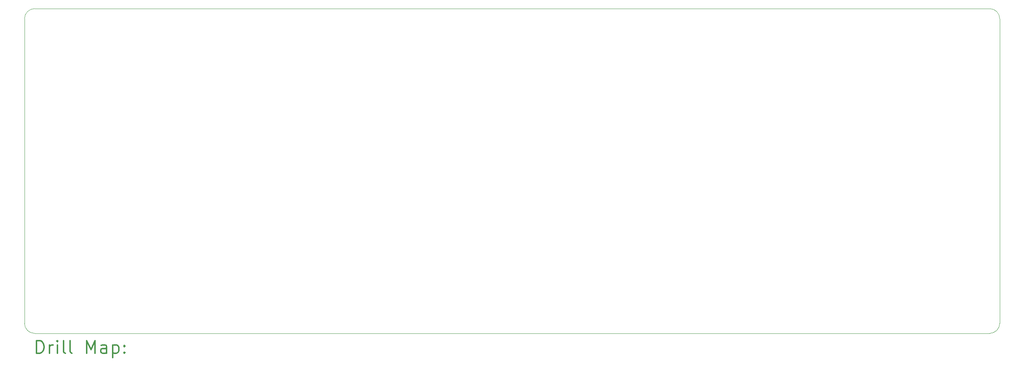
<source format=gbr>
%FSLAX45Y45*%
G04 Gerber Fmt 4.5, Leading zero omitted, Abs format (unit mm)*
G04 Created by KiCad (PCBNEW 5.1.9+dfsg1-1) date 2022-03-28 13:31:43*
%MOMM*%
%LPD*%
G01*
G04 APERTURE LIST*
%TA.AperFunction,Profile*%
%ADD10C,0.050000*%
%TD*%
%ADD11C,0.200000*%
%ADD12C,0.300000*%
G04 APERTURE END LIST*
D10*
X26590625Y-3968750D02*
X4206875Y-3968750D01*
X26828750Y-11350625D02*
X26828750Y-4206875D01*
X4206875Y-11588750D02*
X26590625Y-11588750D01*
X3968750Y-4206875D02*
X3968750Y-11350625D01*
X26590625Y-3968750D02*
G75*
G02*
X26828750Y-4206875I0J-238125D01*
G01*
X26828750Y-11350625D02*
G75*
G02*
X26590625Y-11588750I-238125J0D01*
G01*
X4206875Y-11588750D02*
G75*
G02*
X3968750Y-11350625I0J238125D01*
G01*
X3968750Y-4206875D02*
G75*
G02*
X4206875Y-3968750I238125J0D01*
G01*
D11*
D12*
X4252678Y-12056964D02*
X4252678Y-11756964D01*
X4324107Y-11756964D01*
X4366964Y-11771250D01*
X4395536Y-11799821D01*
X4409821Y-11828393D01*
X4424107Y-11885536D01*
X4424107Y-11928393D01*
X4409821Y-11985536D01*
X4395536Y-12014107D01*
X4366964Y-12042679D01*
X4324107Y-12056964D01*
X4252678Y-12056964D01*
X4552678Y-12056964D02*
X4552678Y-11856964D01*
X4552678Y-11914107D02*
X4566964Y-11885536D01*
X4581250Y-11871250D01*
X4609821Y-11856964D01*
X4638393Y-11856964D01*
X4738393Y-12056964D02*
X4738393Y-11856964D01*
X4738393Y-11756964D02*
X4724107Y-11771250D01*
X4738393Y-11785536D01*
X4752678Y-11771250D01*
X4738393Y-11756964D01*
X4738393Y-11785536D01*
X4924107Y-12056964D02*
X4895536Y-12042679D01*
X4881250Y-12014107D01*
X4881250Y-11756964D01*
X5081250Y-12056964D02*
X5052678Y-12042679D01*
X5038393Y-12014107D01*
X5038393Y-11756964D01*
X5424107Y-12056964D02*
X5424107Y-11756964D01*
X5524107Y-11971250D01*
X5624107Y-11756964D01*
X5624107Y-12056964D01*
X5895536Y-12056964D02*
X5895536Y-11899821D01*
X5881250Y-11871250D01*
X5852678Y-11856964D01*
X5795536Y-11856964D01*
X5766964Y-11871250D01*
X5895536Y-12042679D02*
X5866964Y-12056964D01*
X5795536Y-12056964D01*
X5766964Y-12042679D01*
X5752678Y-12014107D01*
X5752678Y-11985536D01*
X5766964Y-11956964D01*
X5795536Y-11942679D01*
X5866964Y-11942679D01*
X5895536Y-11928393D01*
X6038393Y-11856964D02*
X6038393Y-12156964D01*
X6038393Y-11871250D02*
X6066964Y-11856964D01*
X6124107Y-11856964D01*
X6152678Y-11871250D01*
X6166964Y-11885536D01*
X6181250Y-11914107D01*
X6181250Y-11999821D01*
X6166964Y-12028393D01*
X6152678Y-12042679D01*
X6124107Y-12056964D01*
X6066964Y-12056964D01*
X6038393Y-12042679D01*
X6309821Y-12028393D02*
X6324107Y-12042679D01*
X6309821Y-12056964D01*
X6295536Y-12042679D01*
X6309821Y-12028393D01*
X6309821Y-12056964D01*
X6309821Y-11871250D02*
X6324107Y-11885536D01*
X6309821Y-11899821D01*
X6295536Y-11885536D01*
X6309821Y-11871250D01*
X6309821Y-11899821D01*
M02*

</source>
